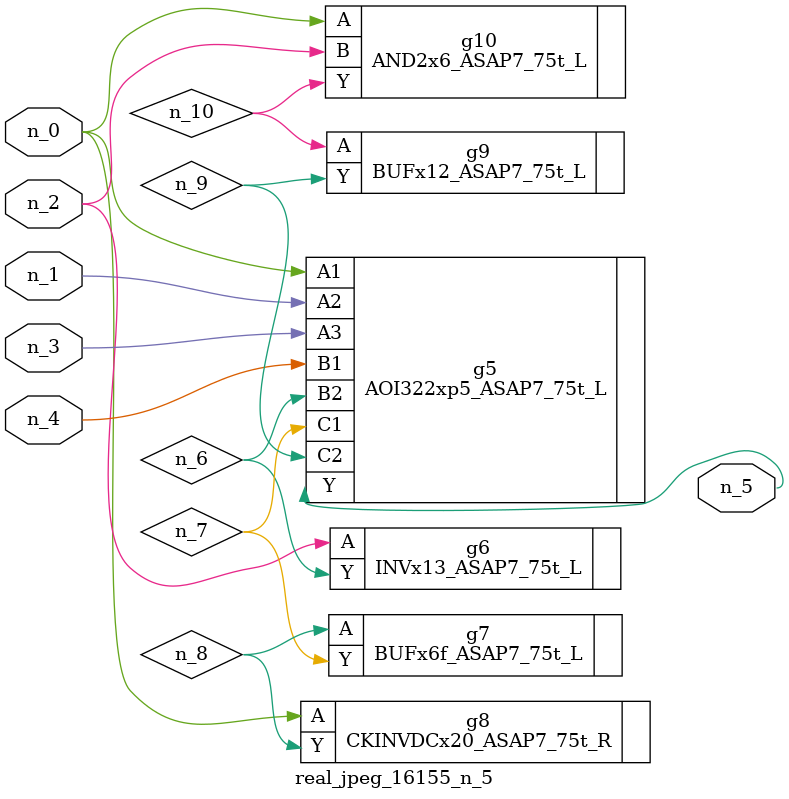
<source format=v>
module real_jpeg_16155_n_5 (n_4, n_0, n_1, n_2, n_3, n_5);

input n_4;
input n_0;
input n_1;
input n_2;
input n_3;

output n_5;

wire n_8;
wire n_6;
wire n_7;
wire n_10;
wire n_9;

AOI322xp5_ASAP7_75t_L g5 ( 
.A1(n_0),
.A2(n_1),
.A3(n_3),
.B1(n_4),
.B2(n_6),
.C1(n_7),
.C2(n_9),
.Y(n_5)
);

CKINVDCx20_ASAP7_75t_R g8 ( 
.A(n_0),
.Y(n_8)
);

AND2x6_ASAP7_75t_L g10 ( 
.A(n_0),
.B(n_2),
.Y(n_10)
);

INVx13_ASAP7_75t_L g6 ( 
.A(n_2),
.Y(n_6)
);

BUFx6f_ASAP7_75t_L g7 ( 
.A(n_8),
.Y(n_7)
);

BUFx12_ASAP7_75t_L g9 ( 
.A(n_10),
.Y(n_9)
);


endmodule
</source>
